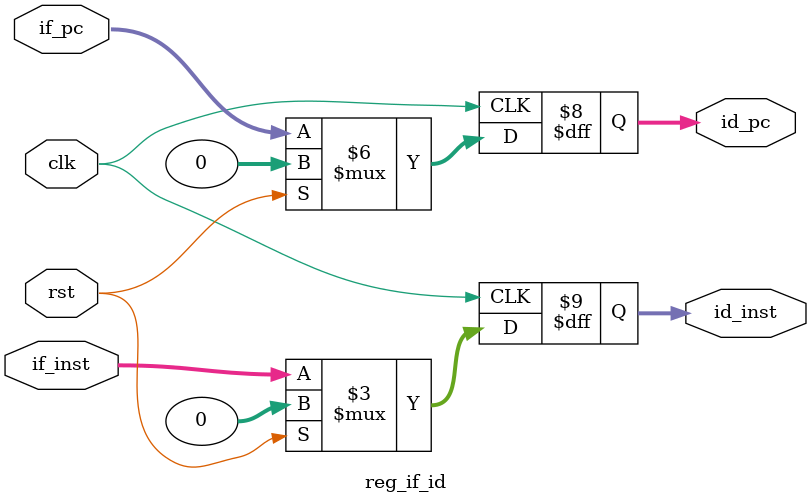
<source format=v>
module reg_if_id (
    input      [31:0] if_pc  ,
    input      [31:0] if_inst,
    output reg [31:0] id_pc  ,
    output reg [31:0] id_inst,
    input             clk    ,
    input             rst
);

    always @(posedge clk) begin
        if (rst) begin
            id_pc   <= 0;
            id_inst <= 0;
        end else begin
            id_pc   <= if_pc;
            id_inst <= if_inst;
        end
    end

endmodule // reg_if_id
</source>
